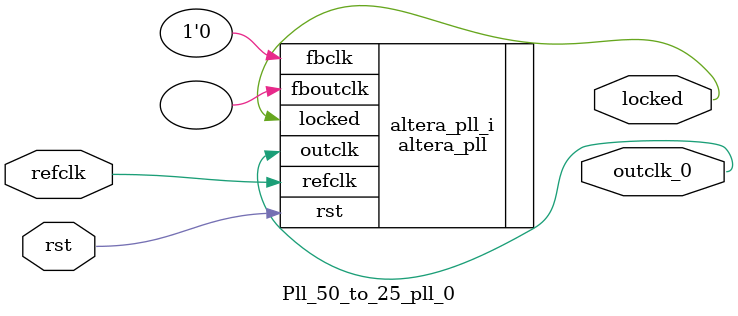
<source format=v>
`timescale 1ns/10ps
module  Pll_50_to_25_pll_0(

	// interface 'refclk'
	input wire refclk,

	// interface 'reset'
	input wire rst,

	// interface 'outclk0'
	output wire outclk_0,

	// interface 'locked'
	output wire locked
);

	altera_pll #(
		.fractional_vco_multiplier("false"),
		.reference_clock_frequency("50.0 MHz"),
		.operation_mode("direct"),
		.number_of_clocks(1),
		.output_clock_frequency0("25.000000 MHz"),
		.phase_shift0("0 ps"),
		.duty_cycle0(50),
		.output_clock_frequency1("0 MHz"),
		.phase_shift1("0 ps"),
		.duty_cycle1(50),
		.output_clock_frequency2("0 MHz"),
		.phase_shift2("0 ps"),
		.duty_cycle2(50),
		.output_clock_frequency3("0 MHz"),
		.phase_shift3("0 ps"),
		.duty_cycle3(50),
		.output_clock_frequency4("0 MHz"),
		.phase_shift4("0 ps"),
		.duty_cycle4(50),
		.output_clock_frequency5("0 MHz"),
		.phase_shift5("0 ps"),
		.duty_cycle5(50),
		.output_clock_frequency6("0 MHz"),
		.phase_shift6("0 ps"),
		.duty_cycle6(50),
		.output_clock_frequency7("0 MHz"),
		.phase_shift7("0 ps"),
		.duty_cycle7(50),
		.output_clock_frequency8("0 MHz"),
		.phase_shift8("0 ps"),
		.duty_cycle8(50),
		.output_clock_frequency9("0 MHz"),
		.phase_shift9("0 ps"),
		.duty_cycle9(50),
		.output_clock_frequency10("0 MHz"),
		.phase_shift10("0 ps"),
		.duty_cycle10(50),
		.output_clock_frequency11("0 MHz"),
		.phase_shift11("0 ps"),
		.duty_cycle11(50),
		.output_clock_frequency12("0 MHz"),
		.phase_shift12("0 ps"),
		.duty_cycle12(50),
		.output_clock_frequency13("0 MHz"),
		.phase_shift13("0 ps"),
		.duty_cycle13(50),
		.output_clock_frequency14("0 MHz"),
		.phase_shift14("0 ps"),
		.duty_cycle14(50),
		.output_clock_frequency15("0 MHz"),
		.phase_shift15("0 ps"),
		.duty_cycle15(50),
		.output_clock_frequency16("0 MHz"),
		.phase_shift16("0 ps"),
		.duty_cycle16(50),
		.output_clock_frequency17("0 MHz"),
		.phase_shift17("0 ps"),
		.duty_cycle17(50),
		.pll_type("General"),
		.pll_subtype("General")
	) altera_pll_i (
		.rst	(rst),
		.outclk	({outclk_0}),
		.locked	(locked),
		.fboutclk	( ),
		.fbclk	(1'b0),
		.refclk	(refclk)
	);
endmodule


</source>
